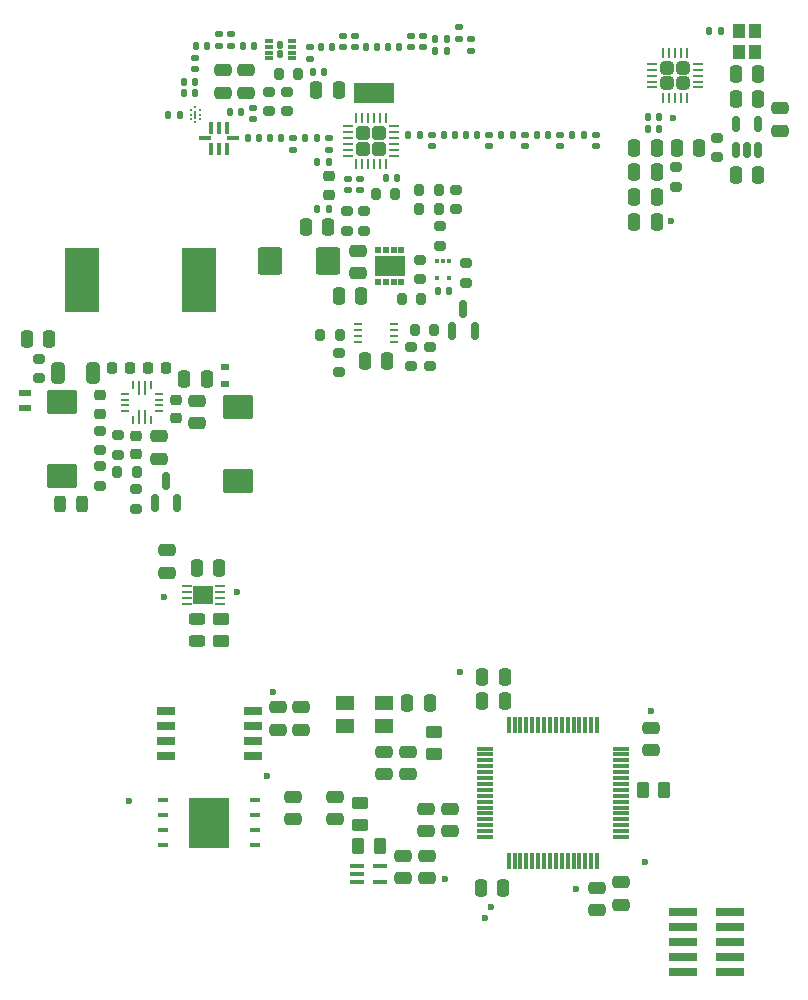
<source format=gtp>
G04 #@! TF.GenerationSoftware,KiCad,Pcbnew,(6.0.5)*
G04 #@! TF.CreationDate,2022-07-17T17:02:58+02:00*
G04 #@! TF.ProjectId,STS1_COBC_V2,53545331-5f43-44f4-9243-5f56322e6b69,rev?*
G04 #@! TF.SameCoordinates,Original*
G04 #@! TF.FileFunction,Paste,Top*
G04 #@! TF.FilePolarity,Positive*
%FSLAX46Y46*%
G04 Gerber Fmt 4.6, Leading zero omitted, Abs format (unit mm)*
G04 Created by KiCad (PCBNEW (6.0.5)) date 2022-07-17 17:02:58*
%MOMM*%
%LPD*%
G01*
G04 APERTURE LIST*
G04 Aperture macros list*
%AMRoundRect*
0 Rectangle with rounded corners*
0 $1 Rounding radius*
0 $2 $3 $4 $5 $6 $7 $8 $9 X,Y pos of 4 corners*
0 Add a 4 corners polygon primitive as box body*
4,1,4,$2,$3,$4,$5,$6,$7,$8,$9,$2,$3,0*
0 Add four circle primitives for the rounded corners*
1,1,$1+$1,$2,$3*
1,1,$1+$1,$4,$5*
1,1,$1+$1,$6,$7*
1,1,$1+$1,$8,$9*
0 Add four rect primitives between the rounded corners*
20,1,$1+$1,$2,$3,$4,$5,0*
20,1,$1+$1,$4,$5,$6,$7,0*
20,1,$1+$1,$6,$7,$8,$9,0*
20,1,$1+$1,$8,$9,$2,$3,0*%
G04 Aperture macros list end*
%ADD10RoundRect,0.140000X0.140000X0.170000X-0.140000X0.170000X-0.140000X-0.170000X0.140000X-0.170000X0*%
%ADD11RoundRect,0.250000X0.325000X0.650000X-0.325000X0.650000X-0.325000X-0.650000X0.325000X-0.650000X0*%
%ADD12RoundRect,0.147500X0.147500X0.172500X-0.147500X0.172500X-0.147500X-0.172500X0.147500X-0.172500X0*%
%ADD13R,1.600000X1.300000*%
%ADD14C,0.600000*%
%ADD15RoundRect,0.250000X0.250000X0.475000X-0.250000X0.475000X-0.250000X-0.475000X0.250000X-0.475000X0*%
%ADD16RoundRect,0.250000X0.450000X-0.262500X0.450000X0.262500X-0.450000X0.262500X-0.450000X-0.262500X0*%
%ADD17RoundRect,0.140000X-0.140000X-0.170000X0.140000X-0.170000X0.140000X0.170000X-0.140000X0.170000X0*%
%ADD18RoundRect,0.225000X-0.250000X0.225000X-0.250000X-0.225000X0.250000X-0.225000X0.250000X0.225000X0*%
%ADD19RoundRect,0.250000X-0.250000X-0.475000X0.250000X-0.475000X0.250000X0.475000X-0.250000X0.475000X0*%
%ADD20RoundRect,0.140000X0.170000X-0.140000X0.170000X0.140000X-0.170000X0.140000X-0.170000X-0.140000X0*%
%ADD21RoundRect,0.150000X0.150000X-0.587500X0.150000X0.587500X-0.150000X0.587500X-0.150000X-0.587500X0*%
%ADD22RoundRect,0.225000X-0.225000X-0.250000X0.225000X-0.250000X0.225000X0.250000X-0.225000X0.250000X0*%
%ADD23RoundRect,0.250000X-0.475000X0.250000X-0.475000X-0.250000X0.475000X-0.250000X0.475000X0.250000X0*%
%ADD24RoundRect,0.200000X0.275000X-0.200000X0.275000X0.200000X-0.275000X0.200000X-0.275000X-0.200000X0*%
%ADD25R,1.650000X0.650000*%
%ADD26RoundRect,0.200000X-0.275000X0.200000X-0.275000X-0.200000X0.275000X-0.200000X0.275000X0.200000X0*%
%ADD27RoundRect,0.250000X-0.262500X-0.450000X0.262500X-0.450000X0.262500X0.450000X-0.262500X0.450000X0*%
%ADD28RoundRect,0.140000X-0.170000X0.140000X-0.170000X-0.140000X0.170000X-0.140000X0.170000X0.140000X0*%
%ADD29R,0.950000X0.450000*%
%ADD30R,3.450000X4.350000*%
%ADD31RoundRect,0.250000X0.335000X0.335000X-0.335000X0.335000X-0.335000X-0.335000X0.335000X-0.335000X0*%
%ADD32RoundRect,0.062500X0.350000X0.062500X-0.350000X0.062500X-0.350000X-0.062500X0.350000X-0.062500X0*%
%ADD33RoundRect,0.062500X0.062500X0.350000X-0.062500X0.350000X-0.062500X-0.350000X0.062500X-0.350000X0*%
%ADD34RoundRect,0.147500X-0.172500X0.147500X-0.172500X-0.147500X0.172500X-0.147500X0.172500X0.147500X0*%
%ADD35RoundRect,0.218750X-0.256250X0.218750X-0.256250X-0.218750X0.256250X-0.218750X0.256250X0.218750X0*%
%ADD36RoundRect,0.250000X0.787500X0.925000X-0.787500X0.925000X-0.787500X-0.925000X0.787500X-0.925000X0*%
%ADD37RoundRect,0.200000X-0.200000X-0.275000X0.200000X-0.275000X0.200000X0.275000X-0.200000X0.275000X0*%
%ADD38RoundRect,0.200000X0.200000X0.275000X-0.200000X0.275000X-0.200000X-0.275000X0.200000X-0.275000X0*%
%ADD39RoundRect,0.250000X-0.450000X0.262500X-0.450000X-0.262500X0.450000X-0.262500X0.450000X0.262500X0*%
%ADD40RoundRect,0.243750X0.243750X0.456250X-0.243750X0.456250X-0.243750X-0.456250X0.243750X-0.456250X0*%
%ADD41R,1.752600X1.549400*%
%ADD42R,0.807999X0.254800*%
%ADD43RoundRect,0.250000X0.475000X-0.250000X0.475000X0.250000X-0.475000X0.250000X-0.475000X-0.250000X0*%
%ADD44R,0.711200X0.254000*%
%ADD45R,0.254000X0.711200*%
%ADD46R,0.254000X1.193800*%
%ADD47RoundRect,0.243750X-0.456250X0.243750X-0.456250X-0.243750X0.456250X-0.243750X0.456250X0.243750X0*%
%ADD48RoundRect,0.250000X-0.315000X-0.315000X0.315000X-0.315000X0.315000X0.315000X-0.315000X0.315000X0*%
%ADD49RoundRect,0.062500X-0.362500X-0.062500X0.362500X-0.062500X0.362500X0.062500X-0.362500X0.062500X0*%
%ADD50RoundRect,0.062500X-0.062500X-0.362500X0.062500X-0.362500X0.062500X0.362500X-0.062500X0.362500X0*%
%ADD51R,1.000000X0.625000*%
%ADD52RoundRect,0.225000X0.225000X0.250000X-0.225000X0.250000X-0.225000X-0.250000X0.225000X-0.250000X0*%
%ADD53RoundRect,0.147500X-0.147500X-0.172500X0.147500X-0.172500X0.147500X0.172500X-0.147500X0.172500X0*%
%ADD54R,0.470000X0.560000*%
%ADD55R,2.520000X1.700000*%
%ADD56R,0.750000X0.250000*%
%ADD57R,1.000000X1.150000*%
%ADD58R,1.475000X0.300000*%
%ADD59R,0.300000X1.475000*%
%ADD60R,2.900000X5.400000*%
%ADD61R,0.700000X0.600000*%
%ADD62RoundRect,0.250000X-1.025000X0.787500X-1.025000X-0.787500X1.025000X-0.787500X1.025000X0.787500X0*%
%ADD63R,0.350000X1.000000*%
%ADD64R,1.000000X0.350000*%
%ADD65RoundRect,0.147500X0.172500X-0.147500X0.172500X0.147500X-0.172500X0.147500X-0.172500X-0.147500X0*%
%ADD66R,0.300000X0.450000*%
%ADD67R,3.400000X1.800000*%
%ADD68RoundRect,0.140000X-0.140000X-0.180000X0.140000X-0.180000X0.140000X0.180000X-0.140000X0.180000X0*%
%ADD69RoundRect,0.075000X-0.275000X-0.075000X0.275000X-0.075000X0.275000X0.075000X-0.275000X0.075000X0*%
%ADD70R,1.200000X0.400000*%
%ADD71RoundRect,0.020000X-0.080000X-0.080000X0.080000X-0.080000X0.080000X0.080000X-0.080000X0.080000X0*%
%ADD72RoundRect,0.020000X-0.080000X-0.280000X0.080000X-0.280000X0.080000X0.280000X-0.080000X0.280000X0*%
%ADD73RoundRect,0.150000X0.150000X-0.512500X0.150000X0.512500X-0.150000X0.512500X-0.150000X-0.512500X0*%
%ADD74R,2.400000X0.740000*%
G04 APERTURE END LIST*
D10*
X150012540Y-45600000D03*
X149052540Y-45600000D03*
D11*
X129737540Y-73140000D03*
X126787540Y-73140000D03*
D12*
X145717540Y-53300000D03*
X144747540Y-53300000D03*
D13*
X154412540Y-101080000D03*
X151112540Y-101080000D03*
X151112540Y-103080000D03*
X154412540Y-103080000D03*
D14*
X144532540Y-107300000D03*
D15*
X149682540Y-60800000D03*
X147782540Y-60800000D03*
D16*
X152332540Y-111412500D03*
X152332540Y-109587500D03*
D17*
X141352540Y-51100000D03*
X142312540Y-51100000D03*
D18*
X136802540Y-75465000D03*
X136802540Y-77015000D03*
D19*
X179182540Y-54100000D03*
X181082540Y-54100000D03*
D20*
X160732540Y-44880000D03*
X160732540Y-43920000D03*
D21*
X134982540Y-84217500D03*
X136882540Y-84217500D03*
X135932540Y-82342500D03*
D22*
X134397540Y-72730000D03*
X135947540Y-72730000D03*
D23*
X172402540Y-116780000D03*
X172402540Y-118680000D03*
D24*
X125182540Y-73645000D03*
X125182540Y-71995000D03*
D14*
X162932540Y-119300000D03*
D15*
X164632540Y-98900000D03*
X162732540Y-98900000D03*
D20*
X140432540Y-45480000D03*
X140432540Y-44520000D03*
D25*
X135957540Y-101760000D03*
X135957540Y-103030000D03*
X135957540Y-104300000D03*
X135957540Y-105570000D03*
X143307540Y-105570000D03*
X143307540Y-104300000D03*
X143307540Y-103030000D03*
X143307540Y-101760000D03*
D15*
X177482540Y-56200000D03*
X175582540Y-56200000D03*
D12*
X165317540Y-53000000D03*
X164347540Y-53000000D03*
D26*
X160532540Y-57675000D03*
X160532540Y-59325000D03*
D17*
X148752540Y-55300000D03*
X149712540Y-55300000D03*
D23*
X135372540Y-78540000D03*
X135372540Y-80440000D03*
D27*
X152220040Y-113200000D03*
X154045040Y-113200000D03*
D28*
X138432540Y-46520000D03*
X138432540Y-47480000D03*
D24*
X161332540Y-65525000D03*
X161332540Y-63875000D03*
D14*
X170632540Y-116900000D03*
D10*
X143812540Y-53300000D03*
X142852540Y-53300000D03*
X162312540Y-53000000D03*
X161352540Y-53000000D03*
D20*
X156732540Y-45580000D03*
X156732540Y-44620000D03*
D23*
X174462540Y-116300000D03*
X174462540Y-118200000D03*
D29*
X135707540Y-109345000D03*
X135707540Y-110615000D03*
X135707540Y-111885000D03*
X135707540Y-113155000D03*
X143507540Y-113155000D03*
X143507540Y-111885000D03*
X143507540Y-110615000D03*
X143507540Y-109345000D03*
D30*
X139607540Y-111250000D03*
D28*
X163332540Y-53020000D03*
X163332540Y-53980000D03*
D19*
X137502540Y-73660000D03*
X139402540Y-73660000D03*
D12*
X160417540Y-53000000D03*
X159447540Y-53000000D03*
D15*
X177482540Y-54100000D03*
X175582540Y-54100000D03*
D31*
X152632540Y-54200000D03*
X153982540Y-54200000D03*
X153982540Y-52850000D03*
X152632540Y-52850000D03*
D32*
X155270040Y-54775000D03*
X155270040Y-54275000D03*
X155270040Y-53775000D03*
X155270040Y-53275000D03*
X155270040Y-52775000D03*
X155270040Y-52275000D03*
D33*
X154557540Y-51562500D03*
X154057540Y-51562500D03*
X153557540Y-51562500D03*
X153057540Y-51562500D03*
X152557540Y-51562500D03*
X152057540Y-51562500D03*
D32*
X151345040Y-52275000D03*
X151345040Y-52775000D03*
X151345040Y-53275000D03*
X151345040Y-53775000D03*
X151345040Y-54275000D03*
X151345040Y-54775000D03*
D33*
X152057540Y-55487500D03*
X152557540Y-55487500D03*
X153057540Y-55487500D03*
X153557540Y-55487500D03*
X154057540Y-55487500D03*
X154557540Y-55487500D03*
D10*
X137112540Y-51300000D03*
X136152540Y-51300000D03*
D14*
X160832540Y-98500000D03*
D10*
X159712540Y-45900000D03*
X158752540Y-45900000D03*
D12*
X139417540Y-45500000D03*
X138447540Y-45500000D03*
D34*
X161732540Y-44915000D03*
X161732540Y-45885000D03*
D35*
X149732540Y-56512500D03*
X149732540Y-58087500D03*
D14*
X178832540Y-51600000D03*
D17*
X158952540Y-66200000D03*
X159912540Y-66200000D03*
D26*
X156732540Y-70975000D03*
X156732540Y-72625000D03*
D15*
X177482540Y-60400000D03*
X175582540Y-60400000D03*
D26*
X159132540Y-60775000D03*
X159132540Y-62425000D03*
D23*
X156472540Y-105270000D03*
X156472540Y-107170000D03*
D20*
X152332540Y-57680000D03*
X152332540Y-56720000D03*
D36*
X149695040Y-63700000D03*
X144770040Y-63700000D03*
D37*
X155907540Y-66900000D03*
X157557540Y-66900000D03*
D38*
X150657540Y-70000000D03*
X149007540Y-70000000D03*
X159057540Y-59300000D03*
X157407540Y-59300000D03*
D10*
X177712540Y-51500000D03*
X176752540Y-51500000D03*
D39*
X140612540Y-94035000D03*
X140612540Y-95860000D03*
D10*
X138412540Y-48500000D03*
X137452540Y-48500000D03*
D40*
X128810040Y-84250000D03*
X126935040Y-84250000D03*
D41*
X139122540Y-91951908D03*
D42*
X140517140Y-91201907D03*
X140517140Y-91701908D03*
X140517140Y-92201908D03*
X140517140Y-92701909D03*
X137727940Y-92701909D03*
X137727940Y-92201908D03*
X137727940Y-91701908D03*
X137727940Y-91201907D03*
D23*
X152232540Y-62850000D03*
X152232540Y-64750000D03*
D10*
X143412540Y-45500000D03*
X142452540Y-45500000D03*
X155512540Y-56700000D03*
X154552540Y-56700000D03*
D43*
X154432540Y-107150000D03*
X154432540Y-105250000D03*
D44*
X132472540Y-74929999D03*
X132472540Y-75430000D03*
X132472540Y-75930000D03*
X132472540Y-76430001D03*
D45*
X133172478Y-77130086D03*
D46*
X133672604Y-76888786D03*
X134172540Y-76888786D03*
D45*
X134672602Y-77130086D03*
D44*
X135372540Y-76430001D03*
X135372540Y-75930000D03*
X135372540Y-75430000D03*
X135372540Y-74929999D03*
D45*
X134672541Y-74230000D03*
D46*
X134172540Y-74471290D03*
X133672540Y-74471290D03*
D45*
X133172539Y-74230000D03*
D12*
X159717540Y-44900000D03*
X158747540Y-44900000D03*
D26*
X130372540Y-81075000D03*
X130372540Y-82725000D03*
D47*
X138592540Y-94030000D03*
X138592540Y-95905000D03*
D14*
X163432540Y-118350000D03*
D34*
X151332540Y-56715000D03*
X151332540Y-57685000D03*
D38*
X133487540Y-81560000D03*
X131837540Y-81560000D03*
D34*
X157732540Y-44615000D03*
X157732540Y-45585000D03*
D43*
X158022540Y-114060000D03*
X158022540Y-115960000D03*
D48*
X178382540Y-47350000D03*
X179682540Y-48650000D03*
X178382540Y-48650000D03*
X179682540Y-47350000D03*
D49*
X177107540Y-47000000D03*
X177107540Y-47500000D03*
X177107540Y-48000000D03*
X177107540Y-48500000D03*
X177107540Y-49000000D03*
D50*
X178032540Y-49925000D03*
X178532540Y-49925000D03*
X179032540Y-49925000D03*
X179532540Y-49925000D03*
X180032540Y-49925000D03*
D49*
X180957540Y-49000000D03*
X180957540Y-48500000D03*
X180957540Y-48000000D03*
X180957540Y-47500000D03*
X180957540Y-47000000D03*
D50*
X180032540Y-46075000D03*
X179532540Y-46075000D03*
X179032540Y-46075000D03*
X178532540Y-46075000D03*
X178032540Y-46075000D03*
D43*
X147407540Y-103400000D03*
X147407540Y-101500000D03*
D26*
X131912540Y-78455000D03*
X131912540Y-80105000D03*
D34*
X146732540Y-53315000D03*
X146732540Y-54285000D03*
D51*
X124022540Y-74885000D03*
X124022540Y-76110000D03*
D14*
X145032540Y-100200000D03*
D10*
X182912540Y-44200000D03*
X181952540Y-44200000D03*
D43*
X155972540Y-115960000D03*
X155972540Y-114060000D03*
D52*
X132927540Y-72730000D03*
X131377540Y-72730000D03*
D24*
X130372540Y-79700000D03*
X130372540Y-78050000D03*
D53*
X137447540Y-49500000D03*
X138417540Y-49500000D03*
D54*
X153932140Y-65470000D03*
X154582140Y-65470000D03*
X155232140Y-65470000D03*
X155882140Y-65470000D03*
X155882140Y-62730000D03*
X155232140Y-62730000D03*
X154582140Y-62730000D03*
X153932140Y-62730000D03*
D55*
X154932540Y-64100000D03*
D21*
X160182540Y-69637500D03*
X162082540Y-69637500D03*
X161132540Y-67762500D03*
D56*
X155282540Y-70550000D03*
X155282540Y-70050000D03*
X155282540Y-69550000D03*
X155282540Y-69050000D03*
X152182540Y-69050000D03*
X152182540Y-69550000D03*
X152182540Y-70050000D03*
X152182540Y-70550000D03*
D43*
X146707540Y-110950000D03*
X146707540Y-109050000D03*
D34*
X148132540Y-45615000D03*
X148132540Y-46585000D03*
D12*
X168317540Y-53000000D03*
X167347540Y-53000000D03*
D28*
X143332540Y-50720000D03*
X143332540Y-51680000D03*
D57*
X185832540Y-45975000D03*
X185832540Y-44225000D03*
X184432540Y-44225000D03*
X184432540Y-45975000D03*
D38*
X155357540Y-58000000D03*
X153707540Y-58000000D03*
D24*
X150632540Y-73125000D03*
X150632540Y-71475000D03*
D38*
X147157540Y-47900000D03*
X145507540Y-47900000D03*
D10*
X177712540Y-52500000D03*
X176752540Y-52500000D03*
D28*
X169332540Y-53020000D03*
X169332540Y-53980000D03*
D26*
X144632540Y-49375000D03*
X144632540Y-51025000D03*
D19*
X152782540Y-72200000D03*
X154682540Y-72200000D03*
D24*
X182632540Y-54925000D03*
X182632540Y-53275000D03*
D10*
X149712540Y-59300000D03*
X148752540Y-59300000D03*
D58*
X162969540Y-104975000D03*
X162969540Y-105475000D03*
X162969540Y-105975000D03*
X162969540Y-106475000D03*
X162969540Y-106975000D03*
X162969540Y-107475000D03*
X162969540Y-107975000D03*
X162969540Y-108475000D03*
X162969540Y-108975000D03*
X162969540Y-109475000D03*
X162969540Y-109975000D03*
X162969540Y-110475000D03*
X162969540Y-110975000D03*
X162969540Y-111475000D03*
X162969540Y-111975000D03*
X162969540Y-112475000D03*
D59*
X164957540Y-114463000D03*
X165457540Y-114463000D03*
X165957540Y-114463000D03*
X166457540Y-114463000D03*
X166957540Y-114463000D03*
X167457540Y-114463000D03*
X167957540Y-114463000D03*
X168457540Y-114463000D03*
X168957540Y-114463000D03*
X169457540Y-114463000D03*
X169957540Y-114463000D03*
X170457540Y-114463000D03*
X170957540Y-114463000D03*
X171457540Y-114463000D03*
X171957540Y-114463000D03*
X172457540Y-114463000D03*
D58*
X174445540Y-112475000D03*
X174445540Y-111975000D03*
X174445540Y-111475000D03*
X174445540Y-110975000D03*
X174445540Y-110475000D03*
X174445540Y-109975000D03*
X174445540Y-109475000D03*
X174445540Y-108975000D03*
X174445540Y-108475000D03*
X174445540Y-107975000D03*
X174445540Y-107475000D03*
X174445540Y-106975000D03*
X174445540Y-106475000D03*
X174445540Y-105975000D03*
X174445540Y-105475000D03*
X174445540Y-104975000D03*
D59*
X172457540Y-102987000D03*
X171957540Y-102987000D03*
X171457540Y-102987000D03*
X170957540Y-102987000D03*
X170457540Y-102987000D03*
X169957540Y-102987000D03*
X169457540Y-102987000D03*
X168957540Y-102987000D03*
X168457540Y-102987000D03*
X167957540Y-102987000D03*
X167457540Y-102987000D03*
X166957540Y-102987000D03*
X166457540Y-102987000D03*
X165957540Y-102987000D03*
X165457540Y-102987000D03*
X164957540Y-102987000D03*
D14*
X178732540Y-60300000D03*
D37*
X157407540Y-57700000D03*
X159057540Y-57700000D03*
D60*
X128822540Y-65320000D03*
X138722540Y-65320000D03*
D43*
X142732540Y-49450000D03*
X142732540Y-47550000D03*
D15*
X152482540Y-66700000D03*
X150582540Y-66700000D03*
D24*
X146232540Y-51025000D03*
X146232540Y-49375000D03*
D34*
X150932540Y-44615000D03*
X150932540Y-45585000D03*
X158432540Y-53015000D03*
X158432540Y-53985000D03*
D10*
X171312540Y-53000000D03*
X170352540Y-53000000D03*
D16*
X158662540Y-105422500D03*
X158662540Y-103597500D03*
D19*
X162582540Y-116800000D03*
X164482540Y-116800000D03*
D14*
X132832540Y-109400000D03*
D61*
X140922540Y-74090000D03*
X140922540Y-72690000D03*
D43*
X187932540Y-52650000D03*
X187932540Y-50750000D03*
D10*
X148712540Y-53300000D03*
X147752540Y-53300000D03*
D62*
X127172540Y-75650000D03*
X127172540Y-81875000D03*
D27*
X176320040Y-108500000D03*
X178145040Y-108500000D03*
D23*
X177022540Y-103200000D03*
X177022540Y-105100000D03*
D63*
X141082540Y-52400000D03*
X140432540Y-52400000D03*
X139782540Y-52400000D03*
D64*
X139232540Y-53300000D03*
D63*
X139782540Y-54200000D03*
X140432540Y-54200000D03*
X141082540Y-54200000D03*
D64*
X141632540Y-53300000D03*
D20*
X151932540Y-45580000D03*
X151932540Y-44620000D03*
D37*
X157007540Y-69500000D03*
X158657540Y-69500000D03*
D18*
X130372540Y-75070000D03*
X130372540Y-76620000D03*
D65*
X149732540Y-54285000D03*
X149732540Y-53315000D03*
D24*
X157432540Y-65225000D03*
X157432540Y-63575000D03*
D66*
X159932540Y-63700000D03*
X159432540Y-63700000D03*
X158932540Y-63700000D03*
X158932540Y-65100000D03*
X159932540Y-65100000D03*
D67*
X153532540Y-49500000D03*
D19*
X124182540Y-70260000D03*
X126082540Y-70260000D03*
D43*
X150232540Y-110950000D03*
X150232540Y-109050000D03*
D15*
X177482540Y-58300000D03*
X175582540Y-58300000D03*
D14*
X177032540Y-101800000D03*
D15*
X158292540Y-101160000D03*
X156392540Y-101160000D03*
D18*
X133432540Y-78505000D03*
X133432540Y-80055000D03*
D14*
X176532540Y-114600000D03*
D68*
X145632540Y-46200000D03*
X145632540Y-45400000D03*
D69*
X144632540Y-45050000D03*
X144632540Y-45550000D03*
X144632540Y-46050000D03*
X144632540Y-46550000D03*
X146632540Y-46550000D03*
X146632540Y-46050000D03*
X146632540Y-45550000D03*
X146632540Y-45050000D03*
D34*
X141432540Y-44515000D03*
X141432540Y-45485000D03*
D70*
X152142540Y-114950000D03*
X152142540Y-115600000D03*
X152142540Y-116250000D03*
X154042540Y-116250000D03*
X154042540Y-114950000D03*
D10*
X153812540Y-45600000D03*
X152852540Y-45600000D03*
D43*
X140732540Y-49450000D03*
X140732540Y-47550000D03*
D19*
X138552540Y-89667500D03*
X140452540Y-89667500D03*
D34*
X172332540Y-53015000D03*
X172332540Y-53985000D03*
D43*
X157962540Y-111980000D03*
X157962540Y-110080000D03*
D14*
X159532540Y-116000000D03*
X135742540Y-92187500D03*
D23*
X138572540Y-75510000D03*
X138572540Y-77410000D03*
D19*
X184182540Y-50000000D03*
X186082540Y-50000000D03*
D28*
X166332540Y-53020000D03*
X166332540Y-53980000D03*
D43*
X145407540Y-103400000D03*
X145407540Y-101500000D03*
D24*
X151232540Y-61125000D03*
X151232540Y-59475000D03*
D12*
X155717540Y-45600000D03*
X154747540Y-45600000D03*
D71*
X138032540Y-50900000D03*
X138032540Y-51300000D03*
X138032540Y-51700000D03*
X138432540Y-51900000D03*
X138832540Y-51700000D03*
X138832540Y-51300000D03*
X138832540Y-50900000D03*
X138432540Y-50700000D03*
D72*
X138432540Y-51300000D03*
D24*
X158332540Y-72625000D03*
X158332540Y-70975000D03*
D26*
X179132540Y-55775000D03*
X179132540Y-57425000D03*
D19*
X148682540Y-49200000D03*
X150582540Y-49200000D03*
D73*
X184182540Y-54337500D03*
X185132540Y-54337500D03*
X186082540Y-54337500D03*
X186082540Y-52062500D03*
X184182540Y-52062500D03*
D15*
X164632540Y-100930000D03*
X162732540Y-100930000D03*
D19*
X184182540Y-47900000D03*
X186082540Y-47900000D03*
D24*
X133422540Y-84665000D03*
X133422540Y-83015000D03*
D26*
X152732540Y-59475000D03*
X152732540Y-61125000D03*
D23*
X160002540Y-110070000D03*
X160002540Y-111970000D03*
D17*
X148352540Y-47700000D03*
X149312540Y-47700000D03*
D23*
X136032540Y-88197500D03*
X136032540Y-90097500D03*
D62*
X142042540Y-76057500D03*
X142042540Y-82282500D03*
D10*
X157412540Y-53000000D03*
X156452540Y-53000000D03*
D19*
X184182540Y-56400000D03*
X186082540Y-56400000D03*
D14*
X141922540Y-91697500D03*
D74*
X179762540Y-118800000D03*
X183662540Y-118800000D03*
X179762540Y-120070000D03*
X183662540Y-120070000D03*
X179762540Y-121340000D03*
X183662540Y-121340000D03*
X179762540Y-122610000D03*
X183662540Y-122610000D03*
X179762540Y-123880000D03*
X183662540Y-123880000D03*
M02*

</source>
